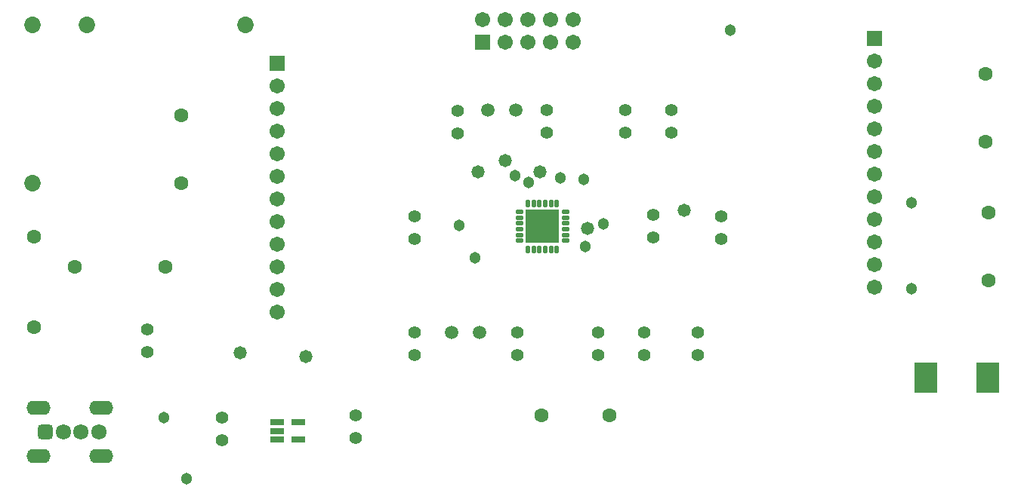
<source format=gts>
%FSLAX44Y44*%
%MOMM*%
G71*
G01*
G75*
G04 Layer_Color=8388736*
%ADD10R,2.4000X3.3000*%
%ADD11R,1.3000X0.5500*%
%ADD12O,0.7500X0.3000*%
%ADD13O,0.3000X0.7500*%
%ADD14R,3.6000X3.6000*%
%ADD15C,0.6530*%
%ADD16C,0.3000*%
%ADD17C,0.2540*%
%ADD18C,1.3000*%
%ADD19C,1.4000*%
%ADD20R,1.5000X1.5000*%
%ADD21C,1.5000*%
%ADD22R,1.5000X1.5000*%
%ADD23C,1.2000*%
%ADD24O,2.5000X1.4000*%
G04:AMPARAMS|DCode=25|XSize=1.52mm|YSize=1.52mm|CornerRadius=0.38mm|HoleSize=0mm|Usage=FLASHONLY|Rotation=270.000|XOffset=0mm|YOffset=0mm|HoleType=Round|Shape=RoundedRectangle|*
%AMROUNDEDRECTD25*
21,1,1.5200,0.7600,0,0,270.0*
21,1,0.7600,1.5200,0,0,270.0*
1,1,0.7600,-0.3800,-0.3800*
1,1,0.7600,-0.3800,0.3800*
1,1,0.7600,0.3800,0.3800*
1,1,0.7600,0.3800,-0.3800*
%
%ADD25ROUNDEDRECTD25*%
%ADD26C,1.5200*%
%ADD27C,1.6500*%
%ADD28C,1.1000*%
%ADD29C,1.2700*%
%ADD30C,0.5000*%
%ADD31C,1.0160*%
%ADD32C,1.7160*%
%ADD33C,1.8660*%
%ADD34C,1.9160*%
%ADD35C,1.7160*%
%ADD36O,2.5160X1.7660*%
%ADD37C,2.0160*%
%ADD38C,0.2000*%
%ADD39C,0.2500*%
%ADD40C,0.2032*%
%ADD41R,2.6032X3.5032*%
%ADD42R,1.5032X0.7532*%
%ADD43O,0.9532X0.5032*%
%ADD44O,0.5032X0.9532*%
%ADD45R,3.8032X3.8032*%
%ADD46C,1.5032*%
%ADD47C,1.6032*%
%ADD48R,1.7032X1.7032*%
%ADD49C,1.7032*%
%ADD50R,1.7032X1.7032*%
%ADD51C,1.4032*%
%ADD52O,2.7032X1.6032*%
G04:AMPARAMS|DCode=53|XSize=1.7232mm|YSize=1.7232mm|CornerRadius=0.4816mm|HoleSize=0mm|Usage=FLASHONLY|Rotation=270.000|XOffset=0mm|YOffset=0mm|HoleType=Round|Shape=RoundedRectangle|*
%AMROUNDEDRECTD53*
21,1,1.7232,0.7600,0,0,270.0*
21,1,0.7600,1.7232,0,0,270.0*
1,1,0.9632,-0.3800,-0.3800*
1,1,0.9632,-0.3800,0.3800*
1,1,0.9632,0.3800,0.3800*
1,1,0.9632,0.3800,-0.3800*
%
%ADD53ROUNDEDRECTD53*%
%ADD54C,1.7232*%
%ADD55C,1.8532*%
%ADD56C,1.3032*%
%ADD57C,1.4732*%
%ADD58C,0.7032*%
D41*
X1585770Y922020D02*
D03*
X1655270D02*
D03*
D42*
X881950Y871830D02*
D03*
Y852830D02*
D03*
X857950D02*
D03*
Y862330D02*
D03*
Y871830D02*
D03*
D43*
X1129950Y1108450D02*
D03*
Y1101950D02*
D03*
Y1095450D02*
D03*
Y1088950D02*
D03*
Y1082450D02*
D03*
Y1075950D02*
D03*
X1181450D02*
D03*
Y1082450D02*
D03*
Y1088950D02*
D03*
Y1095450D02*
D03*
Y1101950D02*
D03*
Y1108450D02*
D03*
D44*
X1139450Y1066450D02*
D03*
X1145950D02*
D03*
X1152450D02*
D03*
X1158950D02*
D03*
X1165450D02*
D03*
X1171950D02*
D03*
Y1117950D02*
D03*
X1165450D02*
D03*
X1158950D02*
D03*
X1152450D02*
D03*
X1145950D02*
D03*
X1139450D02*
D03*
D45*
X1155700Y1092200D02*
D03*
D46*
X1094480Y1223010D02*
D03*
X1125480D02*
D03*
X1084840Y972820D02*
D03*
X1053840D02*
D03*
D47*
X1230630Y880110D02*
D03*
X1154430D02*
D03*
X1656080Y1107440D02*
D03*
Y1031240D02*
D03*
X1652270Y1263650D02*
D03*
Y1187450D02*
D03*
X750570Y1140460D02*
D03*
Y1216660D02*
D03*
X732790Y1046480D02*
D03*
X631190D02*
D03*
X585470Y1080770D02*
D03*
Y979170D02*
D03*
D48*
X1527810Y1303020D02*
D03*
X858520Y1275080D02*
D03*
D49*
X1527810Y1277620D02*
D03*
Y1252220D02*
D03*
Y1226820D02*
D03*
Y1201420D02*
D03*
Y1176020D02*
D03*
Y1150620D02*
D03*
Y1125220D02*
D03*
Y1099820D02*
D03*
Y1074420D02*
D03*
Y1049020D02*
D03*
Y1023620D02*
D03*
X858520Y1249680D02*
D03*
Y1224280D02*
D03*
Y1198880D02*
D03*
Y1173480D02*
D03*
Y1148080D02*
D03*
Y1122680D02*
D03*
Y1097280D02*
D03*
Y1071880D02*
D03*
Y1046480D02*
D03*
Y1021080D02*
D03*
Y995680D02*
D03*
X1088390Y1324610D02*
D03*
X1113790Y1299210D02*
D03*
Y1324610D02*
D03*
X1139190Y1299210D02*
D03*
Y1324610D02*
D03*
X1164590Y1299210D02*
D03*
Y1324610D02*
D03*
X1189990Y1299210D02*
D03*
Y1324610D02*
D03*
D50*
X1088390Y1299210D02*
D03*
D51*
X1270000Y947420D02*
D03*
Y972820D02*
D03*
X1300480Y1197610D02*
D03*
Y1223010D02*
D03*
X1217930Y947420D02*
D03*
Y972820D02*
D03*
X1248410Y1197610D02*
D03*
Y1223010D02*
D03*
X1012190Y1103630D02*
D03*
Y1078230D02*
D03*
X1356360Y1103630D02*
D03*
Y1078230D02*
D03*
X1280160Y1104900D02*
D03*
Y1079500D02*
D03*
X946150Y854710D02*
D03*
Y880110D02*
D03*
X1012190Y972820D02*
D03*
Y947420D02*
D03*
X1127760Y972820D02*
D03*
Y947420D02*
D03*
X1060450Y1221740D02*
D03*
Y1196340D02*
D03*
X1160780Y1223010D02*
D03*
Y1197610D02*
D03*
X1329690Y947420D02*
D03*
Y972820D02*
D03*
X796290Y877570D02*
D03*
Y852170D02*
D03*
X712470Y976630D02*
D03*
Y951230D02*
D03*
D52*
X661000Y888410D02*
D03*
Y833710D02*
D03*
X591000D02*
D03*
Y888410D02*
D03*
D53*
X598300Y861060D02*
D03*
D54*
X618300D02*
D03*
X638300D02*
D03*
X658300D02*
D03*
D55*
X584200Y1318260D02*
D03*
Y1140460D02*
D03*
X645160Y1318260D02*
D03*
X822960D02*
D03*
D56*
X1080317Y1056792D02*
D03*
X1062482Y1092962D02*
D03*
X1155700Y1092200D02*
D03*
X1569720Y1118870D02*
D03*
Y1022350D02*
D03*
X731520Y877570D02*
D03*
X1366012Y1312418D02*
D03*
X1202182Y1144524D02*
D03*
X756920Y808990D02*
D03*
X1176020Y1146810D02*
D03*
X1125220Y1149350D02*
D03*
X1140460Y1141730D02*
D03*
X1203960Y1069086D02*
D03*
X1224280Y1094740D02*
D03*
D57*
X1083310Y1153160D02*
D03*
X1153160D02*
D03*
X1113790Y1165860D02*
D03*
X1206500Y1089450D02*
D03*
X1314450Y1109980D02*
D03*
X816610Y949960D02*
D03*
X890270Y946150D02*
D03*
D58*
X1144700Y1103200D02*
D03*
X1155700D02*
D03*
X1166700D02*
D03*
X1144700Y1092200D02*
D03*
X1155700D02*
D03*
X1166700D02*
D03*
X1144700Y1081200D02*
D03*
X1155700D02*
D03*
X1166700D02*
D03*
M02*

</source>
